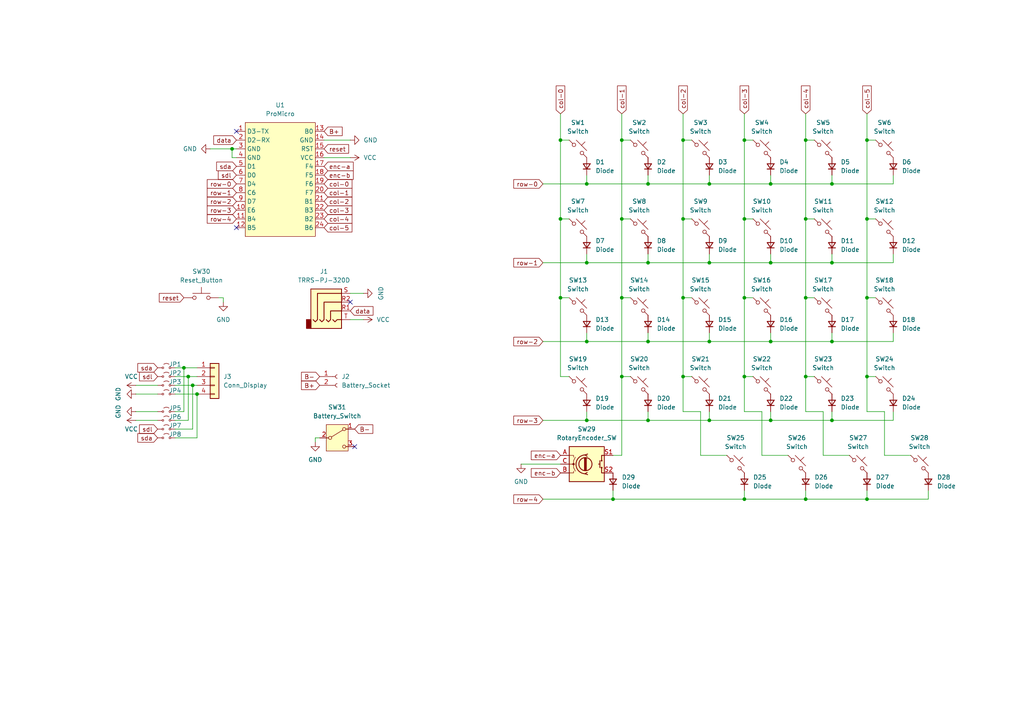
<source format=kicad_sch>
(kicad_sch (version 20250114) (generator "eeschema") (generator_version "9.0")
  (paper "A4")
  (lib_symbols
    (symbol "Connector:Conn_01x02_Socket" (pin_names (offset 1.016) (hide yes))
      (property "Reference" "J" (at 0 2.54 0))
      (property "Value" "Conn_01x02_Socket" (at 0 -5.08 0))
      (symbol "Conn_01x02_Socket_1_1"
        (polyline (pts (xy -1.27 0) (xy -0.508 0)) (stroke (width 0.1524)))
        (polyline (pts (xy -1.27 -2.54) (xy -0.508 -2.54)) (stroke (width 0.1524)))
        (arc (start 0 -0.508) (mid -0.5058 0) (end 0 0.508) (stroke (width 0.1524)))
        (arc (start 0 -3.048) (mid -0.5058 -2.54) (end 0 -2.032) (stroke (width 0.1524)))
        (pin passive line (at -5.08 0 0) (length 3.81) (name "Pin_1") (number "1"))
        (pin passive line (at -5.08 -2.54 0) (length 3.81) (name "Pin_2") (number "2"))
      )
    )
    (symbol "Connector_Audio:AudioJack4"
      (property "Reference" "J" (at 0 8.89 0))
      (property "Value" "AudioJack4" (at 0 6.35 0))
      (symbol "AudioJack4_0_1"
        (rectangle (start -6.35 -5.08) (end -7.62 -7.62) (stroke (width 0.254)) (fill (type outline)))
        (polyline (pts (xy -5.715 -5.08) (xy -5.08 -5.715) (xy -4.445 -5.08) (xy -4.445 2.54) (xy 2.54 2.54)) (stroke (width 0.254)))
        (polyline (pts (xy -1.905 -5.08) (xy -1.27 -5.715) (xy -0.635 -5.08) (xy -0.635 -2.54) (xy 2.54 -2.54)) (stroke (width 0.254)))
        (polyline (pts (xy 0 -5.08) (xy 0.635 -5.715) (xy 1.27 -5.08) (xy 2.54 -5.08)) (stroke (width 0.254)))
        (rectangle (start 2.54 3.81) (end -6.35 -7.62) (stroke (width 0.254)) (fill (type background)))
        (polyline (pts (xy 2.54 0) (xy -2.54 0) (xy -2.54 -5.08) (xy -3.175 -5.715) (xy -3.81 -5.08)) (stroke (width 0.254)))
      )
      (symbol "AudioJack4_1_1"
        (pin passive line (at 5.08 2.54 180) (length 2.54) (name "~") (number "S"))
        (pin passive line (at 5.08 0 180) (length 2.54) (name "~") (number "R2"))
        (pin passive line (at 5.08 -2.54 180) (length 2.54) (name "~") (number "R1"))
        (pin passive line (at 5.08 -5.08 180) (length 2.54) (name "~") (number "T"))
      )
    )
    (symbol "Connector_Generic:Conn_01x04" (pin_names (offset 1.016) (hide yes))
      (property "Reference" "J" (at 0 5.08 0))
      (property "Value" "Conn_01x04" (at 0 -7.62 0))
      (symbol "Conn_01x04_1_1"
        (rectangle (start -1.27 3.81) (end 1.27 -6.35) (stroke (width 0.254)) (fill (type background)))
        (rectangle (start -1.27 2.667) (end 0 2.413) (stroke (width 0.1524)))
        (rectangle (start -1.27 0.127) (end 0 -0.127) (stroke (width 0.1524)))
        (rectangle (start -1.27 -2.413) (end 0 -2.667) (stroke (width 0.1524)))
        (rectangle (start -1.27 -4.953) (end 0 -5.207) (stroke (width 0.1524)))
        (pin passive line (at -5.08 2.54 0) (length 3.81) (name "Pin_1") (number "1"))
        (pin passive line (at -5.08 0 0) (length 3.81) (name "Pin_2") (number "2"))
        (pin passive line (at -5.08 -2.54 0) (length 3.81) (name "Pin_3") (number "3"))
        (pin passive line (at -5.08 -5.08 0) (length 3.81) (name "Pin_4") (number "4"))
      )
    )
    (symbol "Device:D_Small" (pin_numbers (hide yes)) (pin_names (offset 0.254) (hide yes))
      (property "Reference" "D" (at -1.27 2.032 0))
      (property "Value" "D_Small" (at -3.81 -2.032 0))
      (symbol "D_Small_0_1"
        (polyline (pts (xy -0.762 0) (xy 0.762 0)))
        (polyline (pts (xy -0.762 -1.016) (xy -0.762 1.016)) (stroke (width 0.254)))
        (polyline (pts (xy 0.762 -1.016) (xy -0.762 0) (xy 0.762 1.016) (xy 0.762 -1.016)) (stroke (width 0.254)))
      )
      (symbol "D_Small_1_1"
        (pin passive line (at -2.54 0 0) (length 1.778) (name "K") (number "1"))
        (pin passive line (at 2.54 0 180) (length 1.778) (name "A") (number "2"))
      )
    )
    (symbol "Device:RotaryEncoder_Switch" (pin_names (offset 0.254) (hide yes))
      (property "Reference" "SW" (at 0 6.604 0))
      (property "Value" "RotaryEncoder_Switch" (at 0 -6.604 0))
      (symbol "RotaryEncoder_Switch_0_1"
        (rectangle (start -5.08 5.08) (end 5.08 -5.08) (stroke (width 0.254)) (fill (type background)))
        (polyline (pts (xy -5.08 2.54) (xy -3.81 2.54) (xy -3.81 2.032)))
        (polyline (pts (xy -5.08 0) (xy -3.81 0) (xy -3.81 -1.016) (xy -3.302 -2.032)))
        (polyline (pts (xy -5.08 -2.54) (xy -3.81 -2.54) (xy -3.81 -2.032)))
        (polyline (pts (xy -4.318 0) (xy -3.81 0) (xy -3.81 1.016) (xy -3.302 2.032)))
        (circle (center -3.81 0) (radius 0.254) (fill (type outline)))
        (polyline (pts (xy -0.635 -1.778) (xy -0.635 1.778)) (stroke (width 0.254)))
        (circle (center -0.381 0) (radius 1.905) (stroke (width 0.254)))
        (polyline (pts (xy -0.381 -1.778) (xy -0.381 1.778)) (stroke (width 0.254)))
        (arc (start -0.381 -2.794) (mid -3.0988 -0.0635) (end -0.381 2.667) (stroke (width 0.254)))
        (polyline (pts (xy -0.127 1.778) (xy -0.127 -1.778)) (stroke (width 0.254)))
        (polyline (pts (xy 0.254 2.921) (xy -0.508 2.667) (xy 0.127 2.286)) (stroke (width 0.254)))
        (polyline (pts (xy 0.254 -3.048) (xy -0.508 -2.794) (xy 0.127 -2.413)) (stroke (width 0.254)))
        (polyline (pts (xy 3.81 1.016) (xy 3.81 -1.016)) (stroke (width 0.254)))
        (polyline (pts (xy 3.81 0) (xy 3.429 0)) (stroke (width 0.254)))
        (circle (center 4.318 1.016) (radius 0.127) (stroke (width 0.254)))
        (circle (center 4.318 -1.016) (radius 0.127) (stroke (width 0.254)))
        (polyline (pts (xy 5.08 2.54) (xy 4.318 2.54) (xy 4.318 1.016)) (stroke (width 0.254)))
        (polyline (pts (xy 5.08 -2.54) (xy 4.318 -2.54) (xy 4.318 -1.016)) (stroke (width 0.254)))
      )
      (symbol "RotaryEncoder_Switch_1_1"
        (pin passive line (at -7.62 2.54 0) (length 2.54) (name "A") (number "A"))
        (pin passive line (at -7.62 0 0) (length 2.54) (name "C") (number "C"))
        (pin passive line (at -7.62 -2.54 0) (length 2.54) (name "B") (number "B"))
        (pin passive line (at 7.62 2.54 180) (length 2.54) (name "S1") (number "S1"))
        (pin passive line (at 7.62 -2.54 180) (length 2.54) (name "S2") (number "S2"))
      )
    )
    (symbol "Jumper:Jumper_2_Small_Open" (pin_numbers (hide yes)) (pin_names (offset 0) (hide yes))
      (property "Reference" "JP" (at 0 2.794 0))
      (property "Value" "Jumper_2_Small_Open" (at 0 -2.286 0))
      (symbol "Jumper_2_Small_Open_0_0"
        (circle (center -1.016 0) (radius 0.254))
        (circle (center 1.016 0) (radius 0.254))
      )
      (symbol "Jumper_2_Small_Open_0_1"
        (arc (start -0.762 1.0196) (mid 0 1.2729) (end 0.762 1.0196))
      )
      (symbol "Jumper_2_Small_Open_1_1"
        (pin passive line (at -2.54 0 0) (length 1.27) (name "A") (number "1"))
        (pin passive line (at 2.54 0 180) (length 1.27) (name "B") (number "2"))
      )
    )
    (symbol "PCM_marbastlib-promicroish:Arduino_ProMicro" (in_bom no)
      (property "Reference" "U" (at 0 20.32 0))
      (property "Value" "ProMicro" (at 0 17.78 0))
      (symbol "Arduino_ProMicro_0_0"
        (pin bidirectional line (at -12.7 13.97 0) (length 2.54) (name "D3-TX") (number "1"))
        (pin bidirectional line (at -12.7 11.43 0) (length 2.54) (name "D2-RX") (number "2"))
        (pin power_out line (at -12.7 8.89 0) (length 2.54) (name "GND") (number "3"))
        (pin power_out line (at -12.7 6.35 0) (length 2.54) (name "GND") (number "4"))
        (pin bidirectional line (at -12.7 3.81 0) (length 2.54) (name "D1") (number "5"))
        (pin bidirectional line (at -12.7 1.27 0) (length 2.54) (name "D0") (number "6"))
        (pin bidirectional line (at -12.7 -1.27 0) (length 2.54) (name "D4") (number "7"))
        (pin bidirectional line (at -12.7 -3.81 0) (length 2.54) (name "C6") (number "8"))
        (pin bidirectional line (at -12.7 -6.35 0) (length 2.54) (name "D7") (number "9"))
        (pin bidirectional line (at -12.7 -8.89 0) (length 2.54) (name "E6") (number "10"))
        (pin bidirectional line (at -12.7 -11.43 0) (length 2.54) (name "B4") (number "11"))
        (pin bidirectional line (at -12.7 -13.97 0) (length 2.54) (name "B5") (number "12"))
        (pin power_out line (at 12.7 11.43 180) (length 2.54) (name "GND") (number "14"))
        (pin bidirectional line (at 12.7 8.89 180) (length 2.54) (name "RST") (number "15"))
        (pin bidirectional line (at 12.7 3.81 180) (length 2.54) (name "F4") (number "17"))
        (pin bidirectional line (at 12.7 1.27 180) (length 2.54) (name "F5") (number "18"))
        (pin bidirectional line (at 12.7 -1.27 180) (length 2.54) (name "F6") (number "19"))
        (pin bidirectional line (at 12.7 -3.81 180) (length 2.54) (name "F7") (number "20"))
        (pin bidirectional line (at 12.7 -6.35 180) (length 2.54) (name "B1") (number "21"))
        (pin bidirectional line (at 12.7 -8.89 180) (length 2.54) (name "B3") (number "22"))
        (pin bidirectional line (at 12.7 -11.43 180) (length 2.54) (name "B2") (number "23"))
        (pin bidirectional line (at 12.7 -13.97 180) (length 2.54) (name "B6") (number "24"))
      )
      (symbol "Arduino_ProMicro_1_0"
        (pin bidirectional line (at 12.7 13.97 180) (length 2.54) (name "B0") (number "13"))
        (pin power_out line (at 12.7 6.35 180) (length 2.54) (name "VCC") (number "16"))
      )
      (symbol "Arduino_ProMicro_1_1"
        (rectangle (start -10.16 16.51) (end 10.16 -16.51) (fill (type background)))
      )
    )
    (symbol "Switch:SW_Push" (pin_numbers (hide yes)) (pin_names (offset 1.016) (hide yes))
      (property "Reference" "SW" (at 1.27 2.54 0))
      (property "Value" "SW_Push" (at 0 -1.524 0))
      (symbol "SW_Push_0_1"
        (circle (center -2.032 0) (radius 0.508))
        (polyline (pts (xy 0 1.27) (xy 0 3.048)))
        (circle (center 2.032 0) (radius 0.508))
        (polyline (pts (xy 2.54 1.27) (xy -2.54 1.27)))
        (pin passive line (at -5.08 0 0) (length 2.54) (name "1") (number "1"))
        (pin passive line (at 5.08 0 180) (length 2.54) (name "2") (number "2"))
      )
    )
    (symbol "Switch:SW_Push_45deg" (pin_numbers (hide yes)) (pin_names (offset 1.016) (hide yes))
      (property "Reference" "SW" (at 3.048 1.016 0))
      (property "Value" "SW_Push_45deg" (at 0 -3.81 0))
      (symbol "SW_Push_45deg_0_1"
        (polyline (pts (xy -2.54 2.54) (xy -1.524 1.524) (xy -1.524 1.524)))
        (circle (center -1.1684 1.1684) (radius 0.508))
        (polyline (pts (xy -0.508 2.54) (xy 2.54 -0.508)))
        (polyline (pts (xy 1.016 1.016) (xy 2.032 2.032)))
        (circle (center 1.143 -1.1938) (radius 0.508))
        (polyline (pts (xy 1.524 -1.524) (xy 2.54 -2.54) (xy 2.54 -2.54) (xy 2.54 -2.54)))
        (pin passive line (at -2.54 2.54 0) (length 0) (name "1") (number "1"))
        (pin passive line (at 2.54 -2.54 180) (length 0) (name "2") (number "2"))
      )
    )
    (symbol "Switch:SW_SPDT" (pin_names (offset 0) (hide yes))
      (property "Reference" "SW" (at 0 5.08 0))
      (property "Value" "SW_SPDT" (at 0 -5.08 0))
      (symbol "SW_SPDT_0_1"
        (circle (center -2.032 0) (radius 0.4572))
        (polyline (pts (xy -1.651 0.254) (xy 1.651 2.286)))
        (circle (center 2.032 2.54) (radius 0.4572))
        (circle (center 2.032 -2.54) (radius 0.4572))
      )
      (symbol "SW_SPDT_1_1"
        (rectangle (start -3.175 3.81) (end 3.175 -3.81) (fill (type background)))
        (pin passive line (at -5.08 0 0) (length 2.54) (name "B") (number "2"))
        (pin passive line (at 5.08 2.54 180) (length 2.54) (name "A") (number "1"))
        (pin passive line (at 5.08 -2.54 180) (length 2.54) (name "C") (number "3"))
      )
    )
    (symbol "power:GND" (power) (pin_numbers (hide yes)) (pin_names (offset 0) (hide yes))
      (property "Value" "GND" (at 0 -3.81 0))
      (symbol "GND_0_1"
        (polyline (pts (xy 0 0) (xy 0 -1.27) (xy 1.27 -1.27) (xy 0 -2.54) (xy -1.27 -1.27) (xy 0 -1.27)))
      )
      (symbol "GND_1_1"
        (pin power_in line (at 0 0 270) (length 0) (name "~") (number "1"))
      )
    )
    (symbol "power:VCC" (power) (pin_numbers (hide yes)) (pin_names (offset 0) (hide yes))
      (property "Value" "VCC" (at 0 3.556 0))
      (symbol "VCC_0_1"
        (polyline (pts (xy -0.762 1.27) (xy 0 2.54)))
        (polyline (pts (xy 0 2.54) (xy 0.762 1.27)))
        (polyline (pts (xy 0 0) (xy 0 2.54)))
      )
      (symbol "VCC_1_1"
        (pin power_in line (at 0 0 90) (length 0) (name "~") (number "1"))
      )
    )
  )
  (junction (at 180.34 63.5))
  (junction (at 198.12 40.64))
  (junction (at 223.52 99.06))
  (junction (at 177.8 144.78))
  (junction (at 187.96 121.92))
  (junction (at 180.34 86.36))
  (junction (at 180.34 109.22))
  (junction (at 233.68 63.5))
  (junction (at 251.46 63.5))
  (junction (at 67.31 43.18))
  (junction (at 215.9 144.78))
  (junction (at 187.96 99.06))
  (junction (at 198.12 109.22))
  (junction (at 233.68 144.78))
  (junction (at 170.18 76.2))
  (junction (at 57.15 114.3))
  (junction (at 233.68 40.64))
  (junction (at 215.9 63.5))
  (junction (at 187.96 53.34))
  (junction (at 223.52 121.92))
  (junction (at 223.52 76.2))
  (junction (at 162.56 63.5))
  (junction (at 198.12 63.5))
  (junction (at 251.46 144.78))
  (junction (at 205.74 76.2))
  (junction (at 170.18 121.92))
  (junction (at 205.74 121.92))
  (junction (at 223.52 53.34))
  (junction (at 187.96 76.2))
  (junction (at 180.34 40.64))
  (junction (at 170.18 53.34))
  (junction (at 233.68 86.36))
  (junction (at 198.12 86.36))
  (junction (at 170.18 99.06))
  (junction (at 215.9 40.64))
  (junction (at 233.68 109.22))
  (junction (at 251.46 86.36))
  (junction (at 251.46 109.22))
  (junction (at 55.88 111.76))
  (junction (at 53.34 106.68))
  (junction (at 54.61 109.22))
  (junction (at 205.74 99.06))
  (junction (at 251.46 40.64))
  (junction (at 205.74 53.34))
  (junction (at 241.3 76.2))
  (junction (at 215.9 109.22))
  (junction (at 241.3 53.34))
  (junction (at 162.56 40.64))
  (junction (at 162.56 86.36))
  (junction (at 241.3 121.92))
  (junction (at 241.3 99.06))
  (junction (at 215.9 86.36))
  (no_connect (at 68.58 66.04))
  (no_connect (at 68.58 38.1))
  (no_connect (at 102.87 129.54))
  (no_connect (at 101.6 87.63))
  (wire (pts (xy 205.74 96.52) (xy 205.74 99.06)))
  (wire (pts (xy 55.88 124.46) (xy 55.88 111.76)))
  (wire (pts (xy 259.08 50.8) (xy 259.08 53.34)))
  (wire (pts (xy 246.38 132.08) (xy 238.76 132.08)))
  (wire (pts (xy 198.12 109.22) (xy 198.12 119.38)))
  (wire (pts (xy 198.12 40.64) (xy 198.12 63.5)))
  (wire (pts (xy 205.74 73.66) (xy 205.74 76.2)))
  (wire (pts (xy 170.18 53.34) (xy 170.18 50.8)))
  (wire (pts (xy 45.72 111.76) (xy 39.37 111.76)))
  (wire (pts (xy 187.96 50.8) (xy 187.96 53.34)))
  (wire (pts (xy 205.74 99.06) (xy 223.52 99.06)))
  (wire (pts (xy 228.6 132.08) (xy 220.98 132.08)))
  (wire (pts (xy 264.16 132.08) (xy 256.54 132.08)))
  (wire (pts (xy 157.48 121.92) (xy 170.18 121.92)))
  (wire (pts (xy 101.6 85.09) (xy 105.41 85.09)))
  (wire (pts (xy 182.88 109.22) (xy 180.34 109.22)))
  (wire (pts (xy 223.52 99.06) (xy 241.3 99.06)))
  (wire (pts (xy 170.18 76.2) (xy 187.96 76.2)))
  (wire (pts (xy 182.88 63.5) (xy 180.34 63.5)))
  (wire (pts (xy 170.18 73.66) (xy 170.18 76.2)))
  (wire (pts (xy 203.2 119.38) (xy 198.12 119.38)))
  (wire (pts (xy 251.46 33.02) (xy 251.46 40.64)))
  (wire (pts (xy 187.96 73.66) (xy 187.96 76.2)))
  (wire (pts (xy 187.96 99.06) (xy 205.74 99.06)))
  (wire (pts (xy 187.96 121.92) (xy 205.74 121.92)))
  (wire (pts (xy 39.37 119.38) (xy 45.72 119.38)))
  (wire (pts (xy 254 109.22) (xy 251.46 109.22)))
  (wire (pts (xy 210.82 132.08) (xy 203.2 132.08)))
  (wire (pts (xy 50.8 111.76) (xy 55.88 111.76)))
  (wire (pts (xy 233.68 109.22) (xy 233.68 86.36)))
  (wire (pts (xy 198.12 63.5) (xy 200.66 63.5)))
  (wire (pts (xy 180.34 63.5) (xy 180.34 86.36)))
  (wire (pts (xy 251.46 142.24) (xy 251.46 144.78)))
  (wire (pts (xy 177.8 144.78) (xy 215.9 144.78)))
  (wire (pts (xy 165.1 86.36) (xy 162.56 86.36)))
  (wire (pts (xy 50.8 114.3) (xy 57.15 114.3)))
  (wire (pts (xy 238.76 119.38) (xy 233.68 119.38)))
  (wire (pts (xy 170.18 121.92) (xy 187.96 121.92)))
  (wire (pts (xy 200.66 86.36) (xy 198.12 86.36)))
  (wire (pts (xy 233.68 142.24) (xy 233.68 144.78)))
  (wire (pts (xy 180.34 33.02) (xy 180.34 40.64)))
  (wire (pts (xy 68.58 45.72) (xy 67.31 45.72)))
  (wire (pts (xy 215.9 109.22) (xy 215.9 86.36)))
  (wire (pts (xy 233.68 144.78) (xy 251.46 144.78)))
  (wire (pts (xy 162.56 63.5) (xy 162.56 40.64)))
  (wire (pts (xy 269.24 144.78) (xy 269.24 142.24)))
  (wire (pts (xy 223.52 53.34) (xy 205.74 53.34)))
  (wire (pts (xy 180.34 109.22) (xy 180.34 132.08)))
  (wire (pts (xy 233.68 86.36) (xy 236.22 86.36)))
  (wire (pts (xy 55.88 111.76) (xy 57.15 111.76)))
  (wire (pts (xy 198.12 33.02) (xy 198.12 40.64)))
  (wire (pts (xy 259.08 76.2) (xy 259.08 73.66)))
  (wire (pts (xy 241.3 119.38) (xy 241.3 121.92)))
  (wire (pts (xy 215.9 144.78) (xy 233.68 144.78)))
  (wire (pts (xy 233.68 63.5) (xy 236.22 63.5)))
  (wire (pts (xy 50.8 127) (xy 57.15 127)))
  (wire (pts (xy 215.9 40.64) (xy 218.44 40.64)))
  (wire (pts (xy 50.8 124.46) (xy 55.88 124.46)))
  (wire (pts (xy 53.34 106.68) (xy 57.15 106.68)))
  (wire (pts (xy 91.44 127) (xy 92.71 127)))
  (wire (pts (xy 236.22 109.22) (xy 233.68 109.22)))
  (wire (pts (xy 101.6 45.72) (xy 93.98 45.72)))
  (wire (pts (xy 241.3 121.92) (xy 259.08 121.92)))
  (wire (pts (xy 251.46 86.36) (xy 251.46 63.5)))
  (wire (pts (xy 259.08 99.06) (xy 259.08 96.52)))
  (wire (pts (xy 39.37 114.3) (xy 45.72 114.3)))
  (wire (pts (xy 241.3 50.8) (xy 241.3 53.34)))
  (wire (pts (xy 223.52 96.52) (xy 223.52 99.06)))
  (wire (pts (xy 200.66 109.22) (xy 198.12 109.22)))
  (wire (pts (xy 157.48 53.34) (xy 170.18 53.34)))
  (wire (pts (xy 162.56 109.22) (xy 162.56 86.36)))
  (wire (pts (xy 187.96 119.38) (xy 187.96 121.92)))
  (wire (pts (xy 187.96 53.34) (xy 170.18 53.34)))
  (wire (pts (xy 170.18 96.52) (xy 170.18 99.06)))
  (wire (pts (xy 223.52 119.38) (xy 223.52 121.92)))
  (wire (pts (xy 205.74 50.8) (xy 205.74 53.34)))
  (wire (pts (xy 233.68 40.64) (xy 236.22 40.64)))
  (wire (pts (xy 215.9 86.36) (xy 215.9 63.5)))
  (wire (pts (xy 223.52 50.8) (xy 223.52 53.34)))
  (wire (pts (xy 177.8 132.08) (xy 180.34 132.08)))
  (wire (pts (xy 233.68 33.02) (xy 233.68 40.64)))
  (wire (pts (xy 157.48 99.06) (xy 170.18 99.06)))
  (wire (pts (xy 223.52 121.92) (xy 241.3 121.92)))
  (wire (pts (xy 215.9 63.5) (xy 215.9 40.64)))
  (wire (pts (xy 251.46 86.36) (xy 254 86.36)))
  (wire (pts (xy 241.3 76.2) (xy 259.08 76.2)))
  (wire (pts (xy 170.18 99.06) (xy 187.96 99.06)))
  (wire (pts (xy 53.34 106.68) (xy 53.34 119.38)))
  (wire (pts (xy 180.34 109.22) (xy 180.34 86.36)))
  (wire (pts (xy 157.48 76.2) (xy 170.18 76.2)))
  (wire (pts (xy 67.31 43.18) (xy 68.58 43.18)))
  (wire (pts (xy 180.34 86.36) (xy 182.88 86.36)))
  (wire (pts (xy 251.46 63.5) (xy 254 63.5)))
  (wire (pts (xy 251.46 109.22) (xy 251.46 86.36)))
  (wire (pts (xy 215.9 63.5) (xy 218.44 63.5)))
  (wire (pts (xy 256.54 119.38) (xy 251.46 119.38)))
  (wire (pts (xy 54.61 109.22) (xy 57.15 109.22)))
  (wire (pts (xy 241.3 73.66) (xy 241.3 76.2)))
  (wire (pts (xy 162.56 33.02) (xy 162.56 40.64)))
  (wire (pts (xy 241.3 53.34) (xy 223.52 53.34)))
  (wire (pts (xy 165.1 109.22) (xy 162.56 109.22)))
  (wire (pts (xy 157.48 144.78) (xy 177.8 144.78)))
  (wire (pts (xy 205.74 53.34) (xy 187.96 53.34)))
  (wire (pts (xy 233.68 119.38) (xy 233.68 109.22)))
  (wire (pts (xy 93.98 40.64) (xy 101.6 40.64)))
  (wire (pts (xy 251.46 63.5) (xy 251.46 40.64)))
  (wire (pts (xy 251.46 144.78) (xy 269.24 144.78)))
  (wire (pts (xy 162.56 86.36) (xy 162.56 63.5)))
  (wire (pts (xy 205.74 76.2) (xy 223.52 76.2)))
  (wire (pts (xy 220.98 132.08) (xy 220.98 119.38)))
  (wire (pts (xy 205.74 121.92) (xy 223.52 121.92)))
  (wire (pts (xy 259.08 121.92) (xy 259.08 119.38)))
  (wire (pts (xy 180.34 40.64) (xy 180.34 63.5)))
  (wire (pts (xy 251.46 119.38) (xy 251.46 109.22)))
  (wire (pts (xy 170.18 119.38) (xy 170.18 121.92)))
  (wire (pts (xy 256.54 132.08) (xy 256.54 119.38)))
  (wire (pts (xy 220.98 119.38) (xy 215.9 119.38)))
  (wire (pts (xy 60.96 43.18) (xy 67.31 43.18)))
  (wire (pts (xy 165.1 63.5) (xy 162.56 63.5)))
  (wire (pts (xy 198.12 86.36) (xy 198.12 63.5)))
  (wire (pts (xy 50.8 109.22) (xy 54.61 109.22)))
  (wire (pts (xy 177.8 142.24) (xy 177.8 144.78)))
  (wire (pts (xy 151.13 134.62) (xy 162.56 134.62)))
  (wire (pts (xy 50.8 119.38) (xy 53.34 119.38)))
  (wire (pts (xy 50.8 121.92) (xy 54.61 121.92)))
  (wire (pts (xy 198.12 109.22) (xy 198.12 86.36)))
  (wire (pts (xy 238.76 132.08) (xy 238.76 119.38)))
  (wire (pts (xy 91.44 128.27) (xy 91.44 127)))
  (wire (pts (xy 63.5 86.36) (xy 64.77 86.36)))
  (wire (pts (xy 241.3 96.52) (xy 241.3 99.06)))
  (wire (pts (xy 251.46 40.64) (xy 254 40.64)))
  (wire (pts (xy 200.66 40.64) (xy 198.12 40.64)))
  (wire (pts (xy 218.44 109.22) (xy 215.9 109.22)))
  (wire (pts (xy 259.08 53.34) (xy 241.3 53.34)))
  (wire (pts (xy 64.77 86.36) (xy 64.77 87.63)))
  (wire (pts (xy 67.31 43.18) (xy 67.31 45.72)))
  (wire (pts (xy 233.68 63.5) (xy 233.68 40.64)))
  (wire (pts (xy 223.52 73.66) (xy 223.52 76.2)))
  (wire (pts (xy 187.96 76.2) (xy 205.74 76.2)))
  (wire (pts (xy 187.96 96.52) (xy 187.96 99.06)))
  (wire (pts (xy 215.9 86.36) (xy 218.44 86.36)))
  (wire (pts (xy 241.3 99.06) (xy 259.08 99.06)))
  (wire (pts (xy 215.9 142.24) (xy 215.9 144.78)))
  (wire (pts (xy 162.56 40.64) (xy 165.1 40.64)))
  (wire (pts (xy 233.68 86.36) (xy 233.68 63.5)))
  (wire (pts (xy 54.61 121.92) (xy 54.61 109.22)))
  (wire (pts (xy 203.2 132.08) (xy 203.2 119.38)))
  (wire (pts (xy 57.15 127) (xy 57.15 114.3)))
  (wire (pts (xy 45.72 121.92) (xy 39.37 121.92)))
  (wire (pts (xy 101.6 92.71) (xy 105.41 92.71)))
  (wire (pts (xy 50.8 106.68) (xy 53.34 106.68)))
  (wire (pts (xy 215.9 33.02) (xy 215.9 40.64)))
  (wire (pts (xy 180.34 40.64) (xy 182.88 40.64)))
  (wire (pts (xy 205.74 119.38) (xy 205.74 121.92)))
  (wire (pts (xy 215.9 119.38) (xy 215.9 109.22)))
  (wire (pts (xy 223.52 76.2) (xy 241.3 76.2)))
  (global_label "data" (shape input) (at 101.6 90.17 0) (property "Intersheetrefs" "${INTERSHEET_REFS}" (effects (hide yes))))
  (global_label "enc-b" (shape input) (at 93.98 50.8 0) (property "Intersheetrefs" "${INTERSHEET_REFS}" (effects (hide yes))))
  (global_label "reset" (shape input) (at 93.98 43.18 0) (property "Intersheetrefs" "${INTERSHEET_REFS}" (effects (hide yes))))
  (global_label "reset" (shape input) (at 53.34 86.36 180) (property "Intersheetrefs" "${INTERSHEET_REFS}" (effects (hide yes))))
  (global_label "sdl" (shape input) (at 45.72 124.46 180) (property "Intersheetrefs" "${INTERSHEET_REFS}" (effects (hide yes))))
  (global_label "row-0" (shape input) (at 68.58 53.34 180) (property "Intersheetrefs" "${INTERSHEET_REFS}" (effects (hide yes))))
  (global_label "B+" (shape input) (at 93.98 38.1 0) (property "Intersheetrefs" "${INTERSHEET_REFS}" (effects (hide yes))))
  (global_label "col-1" (shape input) (at 180.34 33.02 90) (property "Intersheetrefs" "${INTERSHEET_REFS}" (effects (hide yes))))
  (global_label "row-0" (shape input) (at 157.48 53.34 180) (property "Intersheetrefs" "${INTERSHEET_REFS}" (effects (hide yes))))
  (global_label "col-0" (shape input) (at 93.98 53.34 0) (property "Intersheetrefs" "${INTERSHEET_REFS}" (effects (hide yes))))
  (global_label "row-2" (shape input) (at 68.58 58.42 180) (property "Intersheetrefs" "${INTERSHEET_REFS}" (effects (hide yes))))
  (global_label "sdl" (shape input) (at 68.58 50.8 180) (property "Intersheetrefs" "${INTERSHEET_REFS}" (effects (hide yes))))
  (global_label "col-3" (shape input) (at 93.98 60.96 0) (property "Intersheetrefs" "${INTERSHEET_REFS}" (effects (hide yes))))
  (global_label "row-1" (shape input) (at 68.58 55.88 180) (property "Intersheetrefs" "${INTERSHEET_REFS}" (effects (hide yes))))
  (global_label "col-2" (shape input) (at 93.98 58.42 0) (property "Intersheetrefs" "${INTERSHEET_REFS}" (effects (hide yes))))
  (global_label "sda" (shape input) (at 68.58 48.26 180) (property "Intersheetrefs" "${INTERSHEET_REFS}" (effects (hide yes))))
  (global_label "row-3" (shape input) (at 68.58 60.96 180) (property "Intersheetrefs" "${INTERSHEET_REFS}" (effects (hide yes))))
  (global_label "col-3" (shape input) (at 215.9 33.02 90) (property "Intersheetrefs" "${INTERSHEET_REFS}" (effects (hide yes))))
  (global_label "row-1" (shape input) (at 157.48 76.2 180) (property "Intersheetrefs" "${INTERSHEET_REFS}" (effects (hide yes))))
  (global_label "row-3" (shape input) (at 157.48 121.92 180) (property "Intersheetrefs" "${INTERSHEET_REFS}" (effects (hide yes))))
  (global_label "row-4" (shape input) (at 157.48 144.78 180) (property "Intersheetrefs" "${INTERSHEET_REFS}" (effects (hide yes))))
  (global_label "col-1" (shape input) (at 93.98 55.88 0) (property "Intersheetrefs" "${INTERSHEET_REFS}" (effects (hide yes))))
  (global_label "enc-b" (shape input) (at 162.56 137.16 180) (property "Intersheetrefs" "${INTERSHEET_REFS}" (effects (hide yes))))
  (global_label "col-5" (shape input) (at 93.98 66.04 0) (property "Intersheetrefs" "${INTERSHEET_REFS}" (effects (hide yes))))
  (global_label "sdl" (shape input) (at 45.72 109.22 180) (property "Intersheetrefs" "${INTERSHEET_REFS}" (effects (hide yes))))
  (global_label "row-2" (shape input) (at 157.48 99.06 180) (property "Intersheetrefs" "${INTERSHEET_REFS}" (effects (hide yes))))
  (global_label "B+" (shape input) (at 92.71 111.76 180) (property "Intersheetrefs" "${INTERSHEET_REFS}" (effects (hide yes))))
  (global_label "row-4" (shape input) (at 68.58 63.5 180) (property "Intersheetrefs" "${INTERSHEET_REFS}" (effects (hide yes))))
  (global_label "enc-a" (shape input) (at 93.98 48.26 0) (property "Intersheetrefs" "${INTERSHEET_REFS}" (effects (hide yes))))
  (global_label "col-4" (shape input) (at 233.68 33.02 90) (property "Intersheetrefs" "${INTERSHEET_REFS}" (effects (hide yes))))
  (global_label "col-0" (shape input) (at 162.56 33.02 90) (property "Intersheetrefs" "${INTERSHEET_REFS}" (effects (hide yes))))
  (global_label "B-" (shape input) (at 92.71 109.22 180) (property "Intersheetrefs" "${INTERSHEET_REFS}" (effects (hide yes))))
  (global_label "B-" (shape input) (at 102.87 124.46 0) (property "Intersheetrefs" "${INTERSHEET_REFS}" (effects (hide yes))))
  (global_label "col-2" (shape input) (at 198.12 33.02 90) (property "Intersheetrefs" "${INTERSHEET_REFS}" (effects (hide yes))))
  (global_label "col-4" (shape input) (at 93.98 63.5 0) (property "Intersheetrefs" "${INTERSHEET_REFS}" (effects (hide yes))))
  (global_label "sda" (shape input) (at 45.72 106.68 180) (property "Intersheetrefs" "${INTERSHEET_REFS}" (effects (hide yes))))
  (global_label "data" (shape input) (at 68.58 40.64 180) (property "Intersheetrefs" "${INTERSHEET_REFS}" (effects (hide yes))))
  (global_label "enc-a" (shape input) (at 162.56 132.08 180) (property "Intersheetrefs" "${INTERSHEET_REFS}" (effects (hide yes))))
  (global_label "col-5" (shape input) (at 251.46 33.02 90) (property "Intersheetrefs" "${INTERSHEET_REFS}" (effects (hide yes))))
  (global_label "sda" (shape input) (at 45.72 127 180) (property "Intersheetrefs" "${INTERSHEET_REFS}" (effects (hide yes))))
  (symbol (lib_id "Switch:SW_Push_45deg") (at 256.54 111.76 0) (unit 1)
    (property "Reference" "SW24" (at 256.54 104.14 0))
    (property "Value" "Switch" (at 256.54 106.68 0))
    (property "Footprint" "Library:SW_Hotswap_Kailh_MX_1.00u" (effects (hide yes)))
    (property "Description" "Push button switch, normally open, two pins, 45° tilted" (effects (hide yes)))
  )
  (symbol (lib_id "Switch:SW_Push_45deg") (at 185.42 111.76 0) (unit 1)
    (property "Reference" "SW20" (at 185.42 104.14 0))
    (property "Value" "Switch" (at 185.42 106.68 0))
    (property "Footprint" "Library:SW_Hotswap_Kailh_MX_1.00u" (effects (hide yes)))
    (property "Description" "Push button switch, normally open, two pins, 45° tilted" (effects (hide yes)))
  )
  (symbol (lib_id "Device:D_Small") (at 223.52 48.26 90) (unit 1)
    (property "Reference" "D4" (at 226.06 46.9899 90) (effects (justify right)))
    (property "Value" "Diode" (at 226.06 49.5299 90) (effects (justify right)))
    (property "Footprint" "Library:D_SOD-123" (effects (hide yes)))
    (property "Description" "Diode, small symbol" (effects (hide yes)))
    (property "Sim.Device" "D" (effects (hide yes)))
    (property "Sim.Pins" "1=K 2=A" (effects (hide yes)))
  )
  (symbol (lib_id "Device:D_Small") (at 170.18 48.26 90) (unit 1)
    (property "Reference" "D1" (at 172.72 46.9899 90) (effects (justify right)))
    (property "Value" "Diode" (at 172.72 49.5299 90) (effects (justify right)))
    (property "Footprint" "Library:D_SOD-123" (effects (hide yes)))
    (property "Description" "Diode, small symbol" (effects (hide yes)))
    (property "Sim.Device" "D" (effects (hide yes)))
    (property "Sim.Pins" "1=K 2=A" (effects (hide yes)))
  )
  (symbol (lib_id "power:GND") (at 151.13 134.62 0) (mirror y) (unit 1)
    (property "Reference" "#PWR05" (effects (hide yes)))
    (property "Value" "GND" (at 151.13 139.7 0))
    (property "Description" "Power symbol creates a global label with name \"GND\" , ground" (effects (hide yes)))
  )
  (symbol (lib_id "Device:D_Small") (at 205.74 48.26 90) (unit 1)
    (property "Reference" "D3" (at 208.28 46.9899 90) (effects (justify right)))
    (property "Value" "Diode" (at 208.28 49.5299 90) (effects (justify right)))
    (property "Footprint" "Library:D_SOD-123" (effects (hide yes)))
    (property "Description" "Diode, small symbol" (effects (hide yes)))
    (property "Sim.Device" "D" (effects (hide yes)))
    (property "Sim.Pins" "1=K 2=A" (effects (hide yes)))
  )
  (symbol (lib_id "Switch:SW_Push_45deg") (at 203.2 111.76 0) (unit 1)
    (property "Reference" "SW21" (at 203.2 104.14 0))
    (property "Value" "Switch" (at 203.2 106.68 0))
    (property "Footprint" "Library:SW_Hotswap_Kailh_MX_1.00u" (effects (hide yes)))
    (property "Description" "Push button switch, normally open, two pins, 45° tilted" (effects (hide yes)))
  )
  (symbol (lib_id "Jumper:Jumper_2_Small_Open") (at 48.26 109.22 0) (unit 1)
    (property "Reference" "JP2" (at 50.8 108.204 0))
    (property "Value" "Jumper" (effects (hide yes)))
    (property "Footprint" "Jumper:SolderJumper-2_P1.3mm_Open_RoundedPad1.0x1.5mm" (effects (hide yes)))
    (property "Description" "Jumper, 2-pole, small symbol, open" (effects (hide yes)))
  )
  (symbol (lib_id "Device:D_Small") (at 187.96 71.12 90) (unit 1)
    (property "Reference" "D8" (at 190.5 69.8499 90) (effects (justify right)))
    (property "Value" "Diode" (at 190.5 72.3899 90) (effects (justify right)))
    (property "Footprint" "Library:D_SOD-123" (effects (hide yes)))
    (property "Description" "Diode, small symbol" (effects (hide yes)))
    (property "Sim.Device" "D" (effects (hide yes)))
    (property "Sim.Pins" "1=K 2=A" (effects (hide yes)))
  )
  (symbol (lib_id "power:VCC") (at 101.6 45.72 270) (unit 1)
    (property "Reference" "#PWR08" (effects (hide yes)))
    (property "Value" "VCC" (at 105.41 45.7199 90) (effects (justify left)))
    (property "Description" "Power symbol creates a global label with name \"VCC\"" (effects (hide yes)))
  )
  (symbol (lib_id "power:GND") (at 39.37 114.3 270) (mirror x) (unit 1)
    (property "Reference" "#PWR010" (effects (hide yes)))
    (property "Value" "GND" (at 34.29 114.3 0))
    (property "Description" "Power symbol creates a global label with name \"GND\" , ground" (effects (hide yes)))
  )
  (symbol (lib_id "Device:D_Small") (at 223.52 93.98 90) (unit 1)
    (property "Reference" "D16" (at 226.06 92.7099 90) (effects (justify right)))
    (property "Value" "Diode" (at 226.06 95.2499 90) (effects (justify right)))
    (property "Footprint" "Library:D_SOD-123" (effects (hide yes)))
    (property "Description" "Diode, small symbol" (effects (hide yes)))
    (property "Sim.Device" "D" (effects (hide yes)))
    (property "Sim.Pins" "1=K 2=A" (effects (hide yes)))
  )
  (symbol (lib_id "Device:D_Small") (at 241.3 116.84 90) (unit 1)
    (property "Reference" "D23" (at 243.84 115.5699 90) (effects (justify right)))
    (property "Value" "Diode" (at 243.84 118.1099 90) (effects (justify right)))
    (property "Footprint" "Library:D_SOD-123" (effects (hide yes)))
    (property "Description" "Diode, small symbol" (effects (hide yes)))
    (property "Sim.Device" "D" (effects (hide yes)))
    (property "Sim.Pins" "1=K 2=A" (effects (hide yes)))
  )
  (symbol (lib_id "Switch:SW_Push_45deg") (at 185.42 43.18 0) (unit 1)
    (property "Reference" "SW2" (at 185.42 35.56 0))
    (property "Value" "Switch" (at 185.42 38.1 0))
    (property "Footprint" "Library:SW_Hotswap_Kailh_MX_1.00u" (effects (hide yes)))
    (property "Description" "Push button switch, normally open, two pins, 45° tilted" (effects (hide yes)))
  )
  (symbol (lib_id "power:GND") (at 101.6 40.64 90) (unit 1)
    (property "Reference" "#PWR07" (effects (hide yes)))
    (property "Value" "GND" (at 105.41 40.6399 90) (effects (justify right)))
    (property "Description" "Power symbol creates a global label with name \"GND\" , ground" (effects (hide yes)))
  )
  (symbol (lib_id "Switch:SW_Push_45deg") (at 220.98 111.76 0) (unit 1)
    (property "Reference" "SW22" (at 220.98 104.14 0))
    (property "Value" "Switch" (at 220.98 106.68 0))
    (property "Footprint" "Library:SW_Hotswap_Kailh_MX_1.00u" (effects (hide yes)))
    (property "Description" "Push button switch, normally open, two pins, 45° tilted" (effects (hide yes)))
  )
  (symbol (lib_id "Switch:SW_Push_45deg") (at 256.54 43.18 0) (unit 1)
    (property "Reference" "SW6" (at 256.54 35.56 0))
    (property "Value" "Switch" (at 256.54 38.1 0))
    (property "Footprint" "Library:SW_Hotswap_Kailh_MX_1.00u" (effects (hide yes)))
    (property "Description" "Push button switch, normally open, two pins, 45° tilted" (effects (hide yes)))
  )
  (symbol (lib_id "Device:D_Small") (at 205.74 71.12 90) (unit 1)
    (property "Reference" "D9" (at 208.28 69.8499 90) (effects (justify right)))
    (property "Value" "Diode" (at 208.28 72.3899 90) (effects (justify right)))
    (property "Footprint" "Library:D_SOD-123" (effects (hide yes)))
    (property "Description" "Diode, small symbol" (effects (hide yes)))
    (property "Sim.Device" "D" (effects (hide yes)))
    (property "Sim.Pins" "1=K 2=A" (effects (hide yes)))
  )
  (symbol (lib_id "Switch:SW_Push_45deg") (at 185.42 66.04 0) (unit 1)
    (property "Reference" "SW8" (at 185.42 58.42 0))
    (property "Value" "Switch" (at 185.42 60.96 0))
    (property "Footprint" "Library:SW_Hotswap_Kailh_MX_1.00u" (effects (hide yes)))
    (property "Description" "Push button switch, normally open, two pins, 45° tilted" (effects (hide yes)))
  )
  (symbol (lib_id "Device:RotaryEncoder_Switch") (at 170.18 134.62 0) (unit 1)
    (property "Reference" "SW29" (at 170.18 124.46 0))
    (property "Value" "RotaryEncoder_SW" (at 170.18 127 0))
    (property "Footprint" "Rotary_Encoder:RotaryEncoder_Alps_EC11E-Switch_Vertical_H20mm" (effects (hide yes)))
    (property "Description" "Rotary encoder, dual channel, incremental quadrate outputs, with switch" (effects (hide yes)))
  )
  (symbol (lib_id "Switch:SW_Push_45deg") (at 238.76 43.18 0) (unit 1)
    (property "Reference" "SW5" (at 238.76 35.56 0))
    (property "Value" "Switch" (at 238.76 38.1 0))
    (property "Footprint" "Library:SW_Hotswap_Kailh_MX_1.00u" (effects (hide yes)))
    (property "Description" "Push button switch, normally open, two pins, 45° tilted" (effects (hide yes)))
  )
  (symbol (lib_id "Device:D_Small") (at 215.9 139.7 90) (unit 1)
    (property "Reference" "D25" (at 218.44 138.4299 90) (effects (justify right)))
    (property "Value" "Diode" (at 218.44 140.9699 90) (effects (justify right)))
    (property "Footprint" "Library:D_SOD-123" (effects (hide yes)))
    (property "Description" "Diode, small symbol" (effects (hide yes)))
    (property "Sim.Device" "D" (effects (hide yes)))
    (property "Sim.Pins" "1=K 2=A" (effects (hide yes)))
  )
  (symbol (lib_id "Jumper:Jumper_2_Small_Open") (at 48.26 119.38 0) (unit 1)
    (property "Reference" "JP5" (at 50.8 118.364 0))
    (property "Value" "Jumper" (effects (hide yes)))
    (property "Footprint" "Jumper:SolderJumper-2_P1.3mm_Open_RoundedPad1.0x1.5mm" (effects (hide yes)))
    (property "Description" "Jumper, 2-pole, small symbol, open" (effects (hide yes)))
  )
  (symbol (lib_id "Jumper:Jumper_2_Small_Open") (at 48.26 127 0) (unit 1)
    (property "Reference" "JP8" (at 50.8 125.984 0))
    (property "Value" "Jumper" (effects (hide yes)))
    (property "Footprint" "Jumper:SolderJumper-2_P1.3mm_Open_RoundedPad1.0x1.5mm" (effects (hide yes)))
    (property "Description" "Jumper, 2-pole, small symbol, open" (effects (hide yes)))
  )
  (symbol (lib_id "Switch:SW_Push_45deg") (at 220.98 43.18 0) (unit 1)
    (property "Reference" "SW4" (at 220.98 35.56 0))
    (property "Value" "Switch" (at 220.98 38.1 0))
    (property "Footprint" "Library:SW_Hotswap_Kailh_MX_1.00u" (effects (hide yes)))
    (property "Description" "Push button switch, normally open, two pins, 45° tilted" (effects (hide yes)))
  )
  (symbol (lib_id "power:VCC") (at 105.41 92.71 270) (unit 1)
    (property "Reference" "#PWR01" (effects (hide yes)))
    (property "Value" "VCC" (at 109.22 92.71 90) (effects (justify left)))
    (property "Description" "Power symbol creates a global label with name \"VCC\"" (effects (hide yes)))
  )
  (symbol (lib_id "Switch:SW_Push_45deg") (at 238.76 88.9 0) (unit 1)
    (property "Reference" "SW17" (at 238.76 81.28 0))
    (property "Value" "Switch" (at 238.76 83.82 0))
    (property "Footprint" "Library:SW_Hotswap_Kailh_MX_1.00u" (effects (hide yes)))
    (property "Description" "Push button switch, normally open, two pins, 45° tilted" (effects (hide yes)))
  )
  (symbol (lib_id "Device:D_Small") (at 223.52 116.84 90) (unit 1)
    (property "Reference" "D22" (at 226.06 115.5699 90) (effects (justify right)))
    (property "Value" "Diode" (at 226.06 118.1099 90) (effects (justify right)))
    (property "Footprint" "Library:D_SOD-123" (effects (hide yes)))
    (property "Description" "Diode, small symbol" (effects (hide yes)))
    (property "Sim.Device" "D" (effects (hide yes)))
    (property "Sim.Pins" "1=K 2=A" (effects (hide yes)))
  )
  (symbol (lib_id "Device:D_Small") (at 187.96 48.26 90) (unit 1)
    (property "Reference" "D2" (at 190.5 46.9899 90) (effects (justify right)))
    (property "Value" "Diode" (at 190.5 49.5299 90) (effects (justify right)))
    (property "Footprint" "Library:D_SOD-123" (effects (hide yes)))
    (property "Description" "Diode, small symbol" (effects (hide yes)))
    (property "Sim.Device" "D" (effects (hide yes)))
    (property "Sim.Pins" "1=K 2=A" (effects (hide yes)))
  )
  (symbol (lib_id "PCM_marbastlib-promicroish:Arduino_ProMicro") (at 81.28 52.07 0) (unit 1) (in_bom no)
    (property "Reference" "U1" (at 81.28 30.48 0))
    (property "Value" "ProMicro" (at 81.28 33.02 0))
    (property "Footprint" "PCM_marbastlib-xp-promicroish:SuperMini_nRF52840_H_USBup" (effects (hide yes)))
    (property "Description" "Symbol for an Arduino Pro Micro" (effects (hide yes)))
  )
  (symbol (lib_id "Switch:SW_Push_45deg") (at 213.36 134.62 0) (unit 1)
    (property "Reference" "SW25" (at 213.36 127 0))
    (property "Value" "Switch" (at 213.36 129.54 0))
    (property "Footprint" "Library:SW_Hotswap_Kailh_MX_1.00u" (effects (hide yes)))
    (property "Description" "Push button switch, normally open, two pins, 45° tilted" (effects (hide yes)))
  )
  (symbol (lib_id "Switch:SW_Push_45deg") (at 185.42 88.9 0) (unit 1)
    (property "Reference" "SW14" (at 185.42 81.28 0))
    (property "Value" "Switch" (at 185.42 83.82 0))
    (property "Footprint" "Library:SW_Hotswap_Kailh_MX_1.00u" (effects (hide yes)))
    (property "Description" "Push button switch, normally open, two pins, 45° tilted" (effects (hide yes)))
  )
  (symbol (lib_id "Switch:SW_Push_45deg") (at 248.92 134.62 0) (unit 1)
    (property "Reference" "SW27" (at 248.92 127 0))
    (property "Value" "Switch" (at 248.92 129.54 0))
    (property "Footprint" "Library:SW_Hotswap_Kailh_MX_1.00u" (effects (hide yes)))
    (property "Description" "Push button switch, normally open, two pins, 45° tilted" (effects (hide yes)))
  )
  (symbol (lib_id "Switch:SW_Push_45deg") (at 256.54 88.9 0) (unit 1)
    (property "Reference" "SW18" (at 256.54 81.28 0))
    (property "Value" "Switch" (at 256.54 83.82 0))
    (property "Footprint" "Library:SW_Hotswap_Kailh_MX_1.00u" (effects (hide yes)))
    (property "Description" "Push button switch, normally open, two pins, 45° tilted" (effects (hide yes)))
  )
  (symbol (lib_id "Jumper:Jumper_2_Small_Open") (at 48.26 114.3 0) (unit 1)
    (property "Reference" "JP4" (at 50.8 113.284 0))
    (property "Value" "Jumper" (effects (hide yes)))
    (property "Footprint" "Jumper:SolderJumper-2_P1.3mm_Open_RoundedPad1.0x1.5mm" (effects (hide yes)))
    (property "Description" "Jumper, 2-pole, small symbol, open" (effects (hide yes)))
  )
  (symbol (lib_id "Switch:SW_Push_45deg") (at 238.76 66.04 0) (unit 1)
    (property "Reference" "SW11" (at 238.76 58.42 0))
    (property "Value" "Switch" (at 238.76 60.96 0))
    (property "Footprint" "Library:SW_Hotswap_Kailh_MX_1.00u" (effects (hide yes)))
    (property "Description" "Push button switch, normally open, two pins, 45° tilted" (effects (hide yes)))
  )
  (symbol (lib_id "power:GND") (at 39.37 119.38 270) (unit 1)
    (property "Reference" "#PWR013" (effects (hide yes)))
    (property "Value" "GND" (at 34.29 119.38 0))
    (property "Description" "Power symbol creates a global label with name \"GND\" , ground" (effects (hide yes)))
  )
  (symbol (lib_id "power:GND") (at 91.44 128.27 0) (mirror y) (unit 1)
    (property "Reference" "#PWR04" (effects (hide yes)))
    (property "Value" "GND" (at 91.44 133.35 0))
    (property "Description" "Power symbol creates a global label with name \"GND\" , ground" (effects (hide yes)))
  )
  (symbol (lib_id "Jumper:Jumper_2_Small_Open") (at 48.26 124.46 0) (unit 1)
    (property "Reference" "JP7" (at 50.8 123.444 0))
    (property "Value" "Jumper" (effects (hide yes)))
    (property "Footprint" "Jumper:SolderJumper-2_P1.3mm_Open_RoundedPad1.0x1.5mm" (effects (hide yes)))
    (property "Description" "Jumper, 2-pole, small symbol, open" (effects (hide yes)))
  )
  (symbol (lib_id "Device:D_Small") (at 269.24 139.7 90) (unit 1)
    (property "Reference" "D28" (at 271.78 138.4299 90) (effects (justify right)))
    (property "Value" "Diode" (at 271.78 140.9699 90) (effects (justify right)))
    (property "Footprint" "Library:D_SOD-123" (effects (hide yes)))
    (property "Description" "Diode, small symbol" (effects (hide yes)))
    (property "Sim.Device" "D" (effects (hide yes)))
    (property "Sim.Pins" "1=K 2=A" (effects (hide yes)))
  )
  (symbol (lib_id "Device:D_Small") (at 233.68 139.7 90) (unit 1)
    (property "Reference" "D26" (at 236.22 138.4299 90) (effects (justify right)))
    (property "Value" "Diode" (at 236.22 140.9699 90) (effects (justify right)))
    (property "Footprint" "Library:D_SOD-123" (effects (hide yes)))
    (property "Description" "Diode, small symbol" (effects (hide yes)))
    (property "Sim.Device" "D" (effects (hide yes)))
    (property "Sim.Pins" "1=K 2=A" (effects (hide yes)))
  )
  (symbol (lib_id "Device:D_Small") (at 187.96 116.84 90) (unit 1)
    (property "Reference" "D20" (at 190.5 115.5699 90) (effects (justify right)))
    (property "Value" "Diode" (at 190.5 118.1099 90) (effects (justify right)))
    (property "Footprint" "Library:D_SOD-123" (effects (hide yes)))
    (property "Description" "Diode, small symbol" (effects (hide yes)))
    (property "Sim.Device" "D" (effects (hide yes)))
    (property "Sim.Pins" "1=K 2=A" (effects (hide yes)))
  )
  (symbol (lib_id "Switch:SW_Push_45deg") (at 167.64 66.04 0) (unit 1)
    (property "Reference" "SW7" (at 167.64 58.42 0))
    (property "Value" "Switch" (at 167.64 60.96 0))
    (property "Footprint" "Library:SW_Hotswap_Kailh_MX_1.00u" (effects (hide yes)))
    (property "Description" "Push button switch, normally open, two pins, 45° tilted" (effects (hide yes)))
  )
  (symbol (lib_id "Connector:Conn_01x02_Socket") (at 97.79 109.22 0) (unit 1)
    (property "Reference" "J2" (at 99.06 109.2199 0) (effects (justify left)))
    (property "Value" "Battery_Socket" (at 99.06 111.7599 0) (effects (justify left)))
    (property "Footprint" "Connector_JST:JST_PH_S2B-PH-K_1x02_P2.00mm_Horizontal" (effects (hide yes)))
    (property "Description" "Generic connector, single row, 01x02, script generated" (effects (hide yes)))
  )
  (symbol (lib_id "Device:D_Small") (at 205.74 93.98 90) (unit 1)
    (property "Reference" "D15" (at 208.28 92.7099 90) (effects (justify right)))
    (property "Value" "Diode" (at 208.28 95.2499 90) (effects (justify right)))
    (property "Footprint" "Library:D_SOD-123" (effects (hide yes)))
    (property "Description" "Diode, small symbol" (effects (hide yes)))
    (property "Sim.Device" "D" (effects (hide yes)))
    (property "Sim.Pins" "1=K 2=A" (effects (hide yes)))
  )
  (symbol (lib_id "Device:D_Small") (at 170.18 71.12 90) (unit 1)
    (property "Reference" "D7" (at 172.72 69.8499 90) (effects (justify right)))
    (property "Value" "Diode" (at 172.72 72.3899 90) (effects (justify right)))
    (property "Footprint" "Library:D_SOD-123" (effects (hide yes)))
    (property "Description" "Diode, small symbol" (effects (hide yes)))
    (property "Sim.Device" "D" (effects (hide yes)))
    (property "Sim.Pins" "1=K 2=A" (effects (hide yes)))
  )
  (symbol (lib_id "Device:D_Small") (at 223.52 71.12 90) (unit 1)
    (property "Reference" "D10" (at 226.06 69.8499 90) (effects (justify right)))
    (property "Value" "Diode" (at 226.06 72.3899 90) (effects (justify right)))
    (property "Footprint" "Library:D_SOD-123" (effects (hide yes)))
    (property "Description" "Diode, small symbol" (effects (hide yes)))
    (property "Sim.Device" "D" (effects (hide yes)))
    (property "Sim.Pins" "1=K 2=A" (effects (hide yes)))
  )
  (symbol (lib_id "Device:D_Small") (at 241.3 48.26 90) (unit 1)
    (property "Reference" "D5" (at 243.84 46.9899 90) (effects (justify right)))
    (property "Value" "Diode" (at 243.84 49.5299 90) (effects (justify right)))
    (property "Footprint" "Library:D_SOD-123" (effects (hide yes)))
    (property "Description" "Diode, small symbol" (effects (hide yes)))
    (property "Sim.Device" "D" (effects (hide yes)))
    (property "Sim.Pins" "1=K 2=A" (effects (hide yes)))
  )
  (symbol (lib_id "Jumper:Jumper_2_Small_Open") (at 48.26 111.76 0) (unit 1)
    (property "Reference" "JP3" (at 50.8 110.744 0))
    (property "Value" "Jumper" (effects (hide yes)))
    (property "Footprint" "Jumper:SolderJumper-2_P1.3mm_Open_RoundedPad1.0x1.5mm" (effects (hide yes)))
    (property "Description" "Jumper, 2-pole, small symbol, open" (effects (hide yes)))
  )
  (symbol (lib_id "Device:D_Small") (at 259.08 48.26 90) (unit 1)
    (property "Reference" "D6" (at 261.62 46.9899 90) (effects (justify right)))
    (property "Value" "Diode" (at 261.62 49.5299 90) (effects (justify right)))
    (property "Footprint" "Library:D_SOD-123" (effects (hide yes)))
    (property "Description" "Diode, small symbol" (effects (hide yes)))
    (property "Sim.Device" "D" (effects (hide yes)))
    (property "Sim.Pins" "1=K 2=A" (effects (hide yes)))
  )
  (symbol (lib_id "Switch:SW_Push_45deg") (at 238.76 111.76 0) (unit 1)
    (property "Reference" "SW23" (at 238.76 104.14 0))
    (property "Value" "Switch" (at 238.76 106.68 0))
    (property "Footprint" "Library:SW_Hotswap_Kailh_MX_1.00u" (effects (hide yes)))
    (property "Description" "Push button switch, normally open, two pins, 45° tilted" (effects (hide yes)))
  )
  (symbol (lib_id "Device:D_Small") (at 205.74 116.84 90) (unit 1)
    (property "Reference" "D21" (at 208.28 115.5699 90) (effects (justify right)))
    (property "Value" "Diode" (at 208.28 118.1099 90) (effects (justify right)))
    (property "Footprint" "Library:D_SOD-123" (effects (hide yes)))
    (property "Description" "Diode, small symbol" (effects (hide yes)))
    (property "Sim.Device" "D" (effects (hide yes)))
    (property "Sim.Pins" "1=K 2=A" (effects (hide yes)))
  )
  (symbol (lib_id "Switch:SW_Push") (at 58.42 86.36 0) (mirror y) (unit 1)
    (property "Reference" "SW30" (at 58.42 78.74 0))
    (property "Value" "Reset_Button" (at 58.42 81.28 0))
    (property "Footprint" "Library:SW_TL3330AF130QG" (effects (hide yes)))
    (property "Description" "Push button switch, generic, two pins" (effects (hide yes)))
  )
  (symbol (lib_id "Connector_Generic:Conn_01x04") (at 62.23 109.22 0) (unit 1)
    (property "Reference" "J3" (at 64.77 109.2199 0) (effects (justify left)))
    (property "Value" "Conn_Display" (at 64.77 111.7599 0) (effects (justify left)))
    (property "Footprint" "kbd:OLED" (effects (hide yes)))
    (property "Description" "Generic connector, single row, 01x04, script generated (kicad-library-utils/schlib/autogen/connector/)" (effects (hide yes)))
  )
  (symbol (lib_id "Switch:SW_Push_45deg") (at 167.64 43.18 0) (unit 1)
    (property "Reference" "SW1" (at 167.64 35.56 0))
    (property "Value" "Switch" (at 167.64 38.1 0))
    (property "Footprint" "Library:SW_Hotswap_Kailh_MX_1.00u" (effects (hide yes)))
    (property "Description" "Push button switch, normally open, two pins, 45° tilted" (effects (hide yes)))
  )
  (symbol (lib_id "Switch:SW_Push_45deg") (at 203.2 88.9 0) (unit 1)
    (property "Reference" "SW15" (at 203.2 81.28 0))
    (property "Value" "Switch" (at 203.2 83.82 0))
    (property "Footprint" "Library:SW_Hotswap_Kailh_MX_1.00u" (effects (hide yes)))
    (property "Description" "Push button switch, normally open, two pins, 45° tilted" (effects (hide yes)))
  )
  (symbol (lib_id "Device:D_Small") (at 170.18 93.98 90) (unit 1)
    (property "Reference" "D13" (at 172.72 92.7099 90) (effects (justify right)))
    (property "Value" "Diode" (at 172.72 95.2499 90) (effects (justify right)))
    (property "Footprint" "Library:D_SOD-123" (effects (hide yes)))
    (property "Description" "Diode, small symbol" (effects (hide yes)))
    (property "Sim.Device" "D" (effects (hide yes)))
    (property "Sim.Pins" "1=K 2=A" (effects (hide yes)))
  )
  (symbol (lib_id "power:GND") (at 105.41 85.09 90) (mirror x) (unit 1)
    (property "Reference" "#PWR011" (effects (hide yes)))
    (property "Value" "GND" (at 110.49 85.09 0))
    (property "Description" "Power symbol creates a global label with name \"GND\" , ground" (effects (hide yes)))
  )
  (symbol (lib_id "Switch:SW_Push_45deg") (at 203.2 66.04 0) (unit 1)
    (property "Reference" "SW9" (at 203.2 58.42 0))
    (property "Value" "Switch" (at 203.2 60.96 0))
    (property "Footprint" "Library:SW_Hotswap_Kailh_MX_1.00u" (effects (hide yes)))
    (property "Description" "Push button switch, normally open, two pins, 45° tilted" (effects (hide yes)))
  )
  (symbol (lib_id "Device:D_Small") (at 259.08 116.84 90) (unit 1)
    (property "Reference" "D24" (at 261.62 115.5699 90) (effects (justify right)))
    (property "Value" "Diode" (at 261.62 118.1099 90) (effects (justify right)))
    (property "Footprint" "Library:D_SOD-123" (effects (hide yes)))
    (property "Description" "Diode, small symbol" (effects (hide yes)))
    (property "Sim.Device" "D" (effects (hide yes)))
    (property "Sim.Pins" "1=K 2=A" (effects (hide yes)))
  )
  (symbol (lib_id "Switch:SW_Push_45deg") (at 256.54 66.04 0) (unit 1)
    (property "Reference" "SW12" (at 256.54 58.42 0))
    (property "Value" "Switch" (at 256.54 60.96 0))
    (property "Footprint" "Library:SW_Hotswap_Kailh_MX_1.00u" (effects (hide yes)))
    (property "Description" "Push button switch, normally open, two pins, 45° tilted" (effects (hide yes)))
  )
  (symbol (lib_id "Device:D_Small") (at 241.3 71.12 90) (unit 1)
    (property "Reference" "D11" (at 243.84 69.8499 90) (effects (justify right)))
    (property "Value" "Diode" (at 243.84 72.3899 90) (effects (justify right)))
    (property "Footprint" "Library:D_SOD-123" (effects (hide yes)))
    (property "Description" "Diode, small symbol" (effects (hide yes)))
    (property "Sim.Device" "D" (effects (hide yes)))
    (property "Sim.Pins" "1=K 2=A" (effects (hide yes)))
  )
  (symbol (lib_id "Switch:SW_Push_45deg") (at 266.7 134.62 0) (unit 1)
    (property "Reference" "SW28" (at 266.7 127 0))
    (property "Value" "Switch" (at 266.7 129.54 0))
    (property "Footprint" "Library:SW_Hotswap_Kailh_MX_1.25u_90deg" (effects (hide yes)))
    (property "Description" "Push button switch, normally open, two pins, 45° tilted" (effects (hide yes)))
  )
  (symbol (lib_id "Device:D_Small") (at 251.46 139.7 90) (unit 1)
    (property "Reference" "D27" (at 254 138.4299 90) (effects (justify right)))
    (property "Value" "Diode" (at 254 140.9699 90) (effects (justify right)))
    (property "Footprint" "Library:D_SOD-123" (effects (hide yes)))
    (property "Description" "Diode, small symbol" (effects (hide yes)))
    (property "Sim.Device" "D" (effects (hide yes)))
    (property "Sim.Pins" "1=K 2=A" (effects (hide yes)))
  )
  (symbol (lib_id "Device:D_Small") (at 170.18 116.84 90) (unit 1)
    (property "Reference" "D19" (at 172.72 115.5699 90) (effects (justify right)))
    (property "Value" "Diode" (at 172.72 118.1099 90) (effects (justify right)))
    (property "Footprint" "Library:D_SOD-123" (effects (hide yes)))
    (property "Description" "Diode, small symbol" (effects (hide yes)))
    (property "Sim.Device" "D" (effects (hide yes)))
    (property "Sim.Pins" "1=K 2=A" (effects (hide yes)))
  )
  (symbol (lib_id "power:VCC") (at 39.37 111.76 90) (unit 1)
    (property "Reference" "#PWR06" (effects (hide yes)))
    (property "Value" "VCC" (at 38.1 109.22 90))
    (property "Description" "Power symbol creates a global label with name \"VCC\"" (effects (hide yes)))
  )
  (symbol (lib_id "power:VCC") (at 39.37 121.92 90) (mirror x) (unit 1)
    (property "Reference" "#PWR012" (effects (hide yes)))
    (property "Value" "VCC" (at 38.1 124.46 90))
    (property "Description" "Power symbol creates a global label with name \"VCC\"" (effects (hide yes)))
  )
  (symbol (lib_id "Jumper:Jumper_2_Small_Open") (at 48.26 121.92 0) (unit 1)
    (property "Reference" "JP6" (at 50.8 120.904 0))
    (property "Value" "Jumper" (effects (hide yes)))
    (property "Footprint" "Jumper:SolderJumper-2_P1.3mm_Open_RoundedPad1.0x1.5mm" (effects (hide yes)))
    (property "Description" "Jumper, 2-pole, small symbol, open" (effects (hide yes)))
  )
  (symbol (lib_id "Device:D_Small") (at 177.8 139.7 90) (unit 1)
    (property "Reference" "D29" (at 180.34 138.4299 90) (effects (justify right)))
    (property "Value" "Diode" (at 180.34 140.9699 90) (effects (justify right)))
    (property "Footprint" "Library:D_SOD-123" (effects (hide yes)))
    (property "Description" "Diode, small symbol" (effects (hide yes)))
    (property "Sim.Device" "D" (effects (hide yes)))
    (property "Sim.Pins" "1=K 2=A" (effects (hide yes)))
  )
  (symbol (lib_id "Switch:SW_Push_45deg") (at 203.2 43.18 0) (unit 1)
    (property "Reference" "SW3" (at 203.2 35.56 0))
    (property "Value" "Switch" (at 203.2 38.1 0))
    (property "Footprint" "Library:SW_Hotswap_Kailh_MX_1.00u" (effects (hide yes)))
    (property "Description" "Push button switch, normally open, two pins, 45° tilted" (effects (hide yes)))
  )
  (symbol (lib_id "power:GND") (at 64.77 87.63 0) (unit 1)
    (property "Reference" "#PWR03" (effects (hide yes)))
    (property "Value" "GND" (at 64.77 92.71 0))
    (property "Description" "Power symbol creates a global label with name \"GND\" , ground" (effects (hide yes)))
  )
  (symbol (lib_id "Switch:SW_Push_45deg") (at 220.98 88.9 0) (unit 1)
    (property "Reference" "SW16" (at 220.98 81.28 0))
    (property "Value" "Switch" (at 220.98 83.82 0))
    (property "Footprint" "Library:SW_Hotswap_Kailh_MX_1.00u" (effects (hide yes)))
    (property "Description" "Push button switch, normally open, two pins, 45° tilted" (effects (hide yes)))
  )
  (symbol (lib_id "Device:D_Small") (at 259.08 93.98 90) (unit 1)
    (property "Reference" "D18" (at 261.62 92.7099 90) (effects (justify right)))
    (property "Value" "Diode" (at 261.62 95.2499 90) (effects (justify right)))
    (property "Footprint" "Library:D_SOD-123" (effects (hide yes)))
    (property "Description" "Diode, small symbol" (effects (hide yes)))
    (property "Sim.Device" "D" (effects (hide yes)))
    (property "Sim.Pins" "1=K 2=A" (effects (hide yes)))
  )
  (symbol (lib_id "Switch:SW_Push_45deg") (at 167.64 88.9 0) (unit 1)
    (property "Reference" "SW13" (at 167.64 81.28 0))
    (property "Value" "Switch" (at 167.64 83.82 0))
    (property "Footprint" "Library:SW_Hotswap_Kailh_MX_1.00u" (effects (hide yes)))
    (property "Description" "Push button switch, normally open, two pins, 45° tilted" (effects (hide yes)))
  )
  (symbol (lib_id "Switch:SW_Push_45deg") (at 220.98 66.04 0) (unit 1)
    (property "Reference" "SW10" (at 220.98 58.42 0))
    (property "Value" "Switch" (at 220.98 60.96 0))
    (property "Footprint" "Library:SW_Hotswap_Kailh_MX_1.00u" (effects (hide yes)))
    (property "Description" "Push button switch, normally open, two pins, 45° tilted" (effects (hide yes)))
  )
  (symbol (lib_id "power:GND") (at 60.96 43.18 270) (unit 1)
    (property "Reference" "#PWR09" (effects (hide yes)))
    (property "Value" "GND" (at 57.15 43.1801 90) (effects (justify right)))
    (property "Description" "Power symbol creates a global label with name \"GND\" , ground" (effects (hide yes)))
  )
  (symbol (lib_id "Device:D_Small") (at 259.08 71.12 90) (unit 1)
    (property "Reference" "D12" (at 261.62 69.8499 90) (effects (justify right)))
    (property "Value" "Diode" (at 261.62 72.3899 90) (effects (justify right)))
    (property "Footprint" "Library:D_SOD-123" (effects (hide yes)))
    (property "Description" "Diode, small symbol" (effects (hide yes)))
    (property "Sim.Device" "D" (effects (hide yes)))
    (property "Sim.Pins" "1=K 2=A" (effects (hide yes)))
  )
  (symbol (lib_id "Jumper:Jumper_2_Small_Open") (at 48.26 106.68 0) (unit 1)
    (property "Reference" "JP1" (at 50.8 105.664 0))
    (property "Value" "Jumper" (effects (hide yes)))
    (property "Footprint" "Jumper:SolderJumper-2_P1.3mm_Open_RoundedPad1.0x1.5mm" (effects (hide yes)))
    (property "Description" "Jumper, 2-pole, small symbol, open" (effects (hide yes)))
  )
  (symbol (lib_id "Connector_Audio:AudioJack4") (at 96.52 87.63 0) (unit 1)
    (property "Reference" "J1" (at 93.98 78.74 0))
    (property "Value" "TRRS-PJ-320D" (at 93.98 81.28 0))
    (property "Footprint" "Library:TRRS-PJ-320D" (effects (hide yes)))
    (property "Description" "Audio Jack, 4 Poles (TRRS)" (effects (hide yes)))
  )
  (symbol (lib_id "Device:D_Small") (at 187.96 93.98 90) (unit 1)
    (property "Reference" "D14" (at 190.5 92.7099 90) (effects (justify right)))
    (property "Value" "Diode" (at 190.5 95.2499 90) (effects (justify right)))
    (property "Footprint" "Library:D_SOD-123" (effects (hide yes)))
    (property "Description" "Diode, small symbol" (effects (hide yes)))
    (property "Sim.Device" "D" (effects (hide yes)))
    (property "Sim.Pins" "1=K 2=A" (effects (hide yes)))
  )
  (symbol (lib_id "Device:D_Small") (at 241.3 93.98 90) (unit 1)
    (property "Reference" "D17" (at 243.84 92.7099 90) (effects (justify right)))
    (property "Value" "Diode" (at 243.84 95.2499 90) (effects (justify right)))
    (property "Footprint" "Library:D_SOD-123" (effects (hide yes)))
    (property "Description" "Diode, small symbol" (effects (hide yes)))
    (property "Sim.Device" "D" (effects (hide yes)))
    (property "Sim.Pins" "1=K 2=A" (effects (hide yes)))
  )
  (symbol (lib_id "Switch:SW_SPDT") (at 97.79 127 0) (unit 1)
    (property "Reference" "SW31" (at 97.79 118.11 0))
    (property "Value" "Battery_Switch" (at 97.79 120.65 0))
    (property "Footprint" "Library:SW_MSK12C02-HB" (effects (hide yes)))
    (property "Description" "Switch, single pole double throw" (effects (hide yes)))
  )
  (symbol (lib_id "Switch:SW_Push_45deg") (at 167.64 111.76 0) (unit 1)
    (property "Reference" "SW19" (at 167.64 104.14 0))
    (property "Value" "Switch" (at 167.64 106.68 0))
    (property "Footprint" "Library:SW_Hotswap_Kailh_MX_1.00u" (effects (hide yes)))
    (property "Description" "Push button switch, normally open, two pins, 45° tilted" (effects (hide yes)))
  )
  (symbol (lib_id "Switch:SW_Push_45deg") (at 231.14 134.62 0) (unit 1)
    (property "Reference" "SW26" (at 231.14 127 0))
    (property "Value" "Switch" (at 231.14 129.54 0))
    (property "Footprint" "Library:SW_Hotswap_Kailh_MX_1.00u" (effects (hide yes)))
    (property "Description" "Push button switch, normally open, two pins, 45° tilted" (effects (hide yes)))
  )
)
</source>
